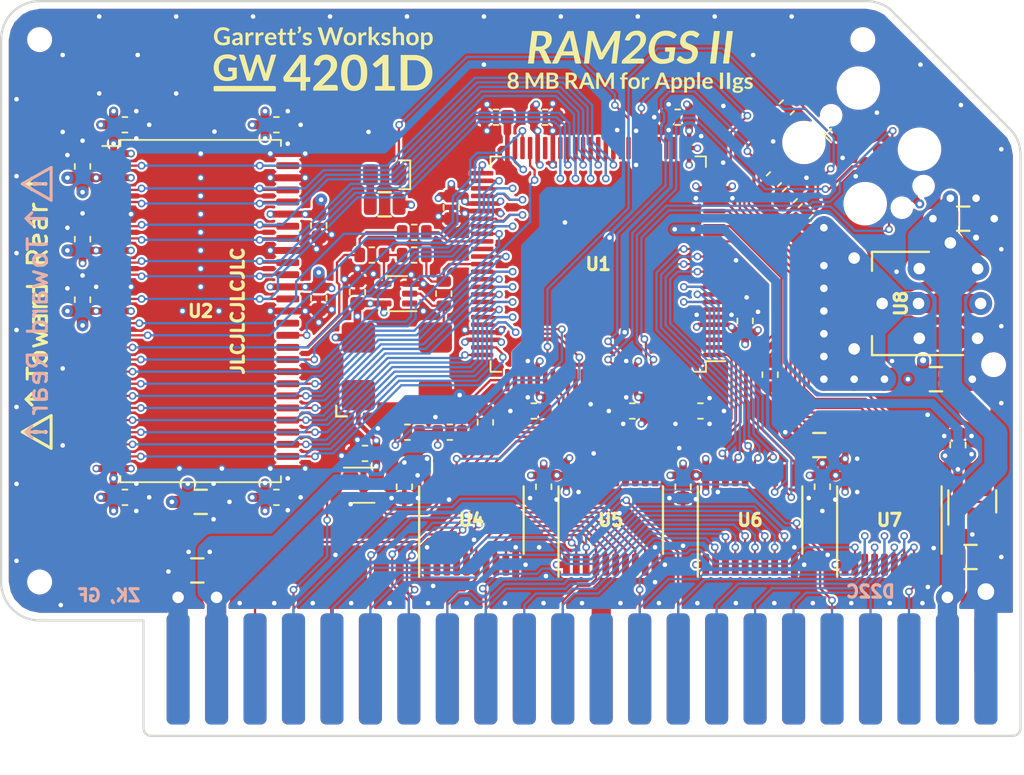
<source format=kicad_pcb>
(kicad_pcb (version 20221018) (generator pcbnew)

  (general
    (thickness 1.6108)
  )

  (paper "A4")
  (title_block
    (title "GW4201D (RAM2GS II) - LCMXO2-640 / LCMXO2-1200")
    (date "2024-04-24")
    (rev "2.2")
    (company "Garrett's Workshop")
  )

  (layers
    (0 "F.Cu" signal)
    (1 "In1.Cu" power)
    (2 "In2.Cu" power)
    (31 "B.Cu" signal)
    (32 "B.Adhes" user "B.Adhesive")
    (33 "F.Adhes" user "F.Adhesive")
    (34 "B.Paste" user)
    (35 "F.Paste" user)
    (36 "B.SilkS" user "B.Silkscreen")
    (37 "F.SilkS" user "F.Silkscreen")
    (38 "B.Mask" user)
    (39 "F.Mask" user)
    (40 "Dwgs.User" user "User.Drawings")
    (41 "Cmts.User" user "User.Comments")
    (42 "Eco1.User" user "User.Eco1")
    (43 "Eco2.User" user "User.Eco2")
    (44 "Edge.Cuts" user)
    (45 "Margin" user)
    (46 "B.CrtYd" user "B.Courtyard")
    (47 "F.CrtYd" user "F.Courtyard")
    (48 "B.Fab" user)
    (49 "F.Fab" user)
  )

  (setup
    (stackup
      (layer "F.SilkS" (type "Top Silk Screen"))
      (layer "F.Paste" (type "Top Solder Paste"))
      (layer "F.Mask" (type "Top Solder Mask") (thickness 0.01))
      (layer "F.Cu" (type "copper") (thickness 0.035))
      (layer "dielectric 1" (type "core") (thickness 0.2104) (material "FR4") (epsilon_r 4.6) (loss_tangent 0.02))
      (layer "In1.Cu" (type "copper") (thickness 0.0175))
      (layer "dielectric 2" (type "prepreg") (thickness 1.065) (material "FR4") (epsilon_r 4.5) (loss_tangent 0.02))
      (layer "In2.Cu" (type "copper") (thickness 0.0175))
      (layer "dielectric 3" (type "core") (thickness 0.2104) (material "FR4") (epsilon_r 4.6) (loss_tangent 0.02))
      (layer "B.Cu" (type "copper") (thickness 0.035))
      (layer "B.Mask" (type "Bottom Solder Mask") (thickness 0.01))
      (layer "B.Paste" (type "Bottom Solder Paste"))
      (layer "B.SilkS" (type "Bottom Silk Screen"))
      (copper_finish "None")
      (dielectric_constraints no)
    )
    (pad_to_mask_clearance 0.0762)
    (solder_mask_min_width 0.127)
    (pad_to_paste_clearance -0.0381)
    (pcbplotparams
      (layerselection 0x00210f8_ffffffff)
      (plot_on_all_layers_selection 0x0000000_00000000)
      (disableapertmacros false)
      (usegerberextensions true)
      (usegerberattributes false)
      (usegerberadvancedattributes false)
      (creategerberjobfile false)
      (dashed_line_dash_ratio 12.000000)
      (dashed_line_gap_ratio 3.000000)
      (svgprecision 4)
      (plotframeref false)
      (viasonmask false)
      (mode 1)
      (useauxorigin false)
      (hpglpennumber 1)
      (hpglpenspeed 20)
      (hpglpendiameter 15.000000)
      (dxfpolygonmode true)
      (dxfimperialunits true)
      (dxfusepcbnewfont true)
      (psnegative false)
      (psa4output false)
      (plotreference true)
      (plotvalue true)
      (plotinvisibletext false)
      (sketchpadsonfab false)
      (subtractmaskfromsilk true)
      (outputformat 1)
      (mirror false)
      (drillshape 0)
      (scaleselection 1)
      (outputdirectory "gerber/")
    )
  )

  (net 0 "")
  (net 1 "GND")
  (net 2 "/FA15")
  (net 3 "/FA14")
  (net 4 "/FA13")
  (net 5 "/FA12")
  (net 6 "/FA11")
  (net 7 "/FA10")
  (net 8 "/~{CRAS}")
  (net 9 "/ABORT")
  (net 10 "/PH2")
  (net 11 "/~{CSEL}")
  (net 12 "/~{CROMSEL}")
  (net 13 "/CROW1")
  (net 14 "/CROW0")
  (net 15 "/~{CCAS}")
  (net 16 "/~{FWE}")
  (net 17 "/FRA1")
  (net 18 "/FRA2")
  (net 19 "/FRA0")
  (net 20 "/FRA7")
  (net 21 "/FRA5")
  (net 22 "/FRA4")
  (net 23 "/FRA3")
  (net 24 "/FRA6")
  (net 25 "/FRA8")
  (net 26 "/FRA9")
  (net 27 "/FD2")
  (net 28 "/FD7")
  (net 29 "/FD0")
  (net 30 "/FD6")
  (net 31 "/FD4")
  (net 32 "/FD5")
  (net 33 "/FD3")
  (net 34 "/FD1")
  (net 35 "+3V3")
  (net 36 "/Dout5")
  (net 37 "/Dout6")
  (net 38 "/Dout4")
  (net 39 "/Dout7")
  (net 40 "/Dout2")
  (net 41 "/Dout1")
  (net 42 "/Dout3")
  (net 43 "/Din3")
  (net 44 "/Din0")
  (net 45 "/Din1")
  (net 46 "/Din2")
  (net 47 "/Din7")
  (net 48 "/Din4")
  (net 49 "/Din6")
  (net 50 "/Din5")
  (net 51 "/~{WE}in")
  (net 52 "/Ain0")
  (net 53 "/Ain2")
  (net 54 "/Ain1")
  (net 55 "/PH2in")
  (net 56 "/~{CCAS}in")
  (net 57 "/CROWin0")
  (net 58 "/CROWin1")
  (net 59 "/~{CRAS}in")
  (net 60 "/RD0")
  (net 61 "/RD2")
  (net 62 "/RD1")
  (net 63 "/RD3")
  (net 64 "/RD7")
  (net 65 "/RD5")
  (net 66 "/RD6")
  (net 67 "/RD4")
  (net 68 "/Ain7")
  (net 69 "/Ain5")
  (net 70 "/Ain4")
  (net 71 "/Ain3")
  (net 72 "/Ain6")
  (net 73 "/Ain8")
  (net 74 "/Ain9")
  (net 75 "/DQMH")
  (net 76 "/CKE")
  (net 77 "/RA11")
  (net 78 "/RA9")
  (net 79 "/RA8")
  (net 80 "/RA7")
  (net 81 "/RA6")
  (net 82 "/RA5")
  (net 83 "/RA4")
  (net 84 "/RA3")
  (net 85 "/RA2")
  (net 86 "/RA1")
  (net 87 "/RA0")
  (net 88 "/RA10")
  (net 89 "/BA1")
  (net 90 "/BA0")
  (net 91 "/R~{CS}")
  (net 92 "/R~{RAS}")
  (net 93 "/R~{CAS}")
  (net 94 "/R~{WE}")
  (net 95 "/DQML")
  (net 96 "Net-(D1-A)")
  (net 97 "/TDI")
  (net 98 "unconnected-(J2-Pin_8-Pad8)")
  (net 99 "/TMS")
  (net 100 "/TDO")
  (net 101 "/TCK")
  (net 102 "+5V")
  (net 103 "unconnected-(J2-Pin_9-Pad9)")
  (net 104 "unconnected-(J2-Pin_10-Pad10)")
  (net 105 "+1V2")
  (net 106 "Net-(U7-B0)")
  (net 107 "unconnected-(U1-PB14A-Pad45)")
  (net 108 "unconnected-(U1-PB6D{slash}PCLKC_0-Pad35)")
  (net 109 "unconnected-(U1-PB6A{slash}MCLK{slash}CCLK-Pad31)")
  (net 110 "/~{PROG}")
  (net 111 "unconnected-(U1-PB4D-Pad30)")
  (net 112 "unconnected-(U1-PB4C-Pad29)")
  (net 113 "unconnected-(U1-PB4B-Pad28)")
  (net 114 "unconnected-(U1-PB4A{slash}CSSPIN-Pad27)")
  (net 115 "unconnected-(U1-PL3A-Pad7)")
  (net 116 "unconnected-(U1-PL2D{slash}PCLKC3_2-Pad4)")
  (net 117 "/DONE")
  (net 118 "/~{INIT}")
  (net 119 "Net-(U4-~{OE})")
  (net 120 "unconnected-(U9-NC-Pad1)")
  (net 121 "unconnected-(U10-NC-Pad1)")
  (net 122 "/LED")
  (net 123 "unconnected-(U11-NC-Pad4)")
  (net 124 "/TCKr")
  (net 125 "/RCLK")
  (net 126 "/RCLKout")
  (net 127 "/FCLK")
  (net 128 "/C60M")
  (net 129 "/~{C60M}")
  (net 130 "5VC")

  (footprint "stdpads:AppleIIgsMemoryExpansion_Edge" (layer "F.Cu") (at 84.328 135.382))

  (footprint "stdpads:C_0603" (layer "F.Cu") (at 51.35 106.9 90))

  (footprint "stdpads:C_0603" (layer "F.Cu") (at 51.35 102.1 90))

  (footprint "stdpads:C_0603" (layer "F.Cu") (at 54.15 99.35))

  (footprint "stdpads:C_0603" (layer "F.Cu") (at 64.15 123.95))

  (footprint "stdpads:C_0603" (layer "F.Cu") (at 64.15 99.35))

  (footprint "stdpads:C_0603" (layer "F.Cu") (at 66.95 110.8 -90))

  (footprint "stdpads:C_0603" (layer "F.Cu") (at 66.95 106 -90))

  (footprint "stdpads:C_0603" (layer "F.Cu") (at 51.35 110.9 90))

  (footprint "stdpads:C_0603" (layer "F.Cu") (at 54.15 123.95))

  (footprint "stdpads:PasteHole_1.1mm_PTH" (layer "F.Cu") (at 110.998 130.175))

  (footprint "stdpads:C_0603" (layer "F.Cu") (at 100.2 123.25 -90))

  (footprint "stdpads:TSSOP-20_4.4x6.5mm_P0.65mm" (layer "F.Cu") (at 95.425 125.45))

  (footprint "stdpads:C_0603" (layer "F.Cu") (at 91 123.25 -90))

  (footprint "stdpads:C_0603" (layer "F.Cu") (at 81.8 123.25 -90))

  (footprint "stdpads:TSSOP-20_4.4x6.5mm_P0.65mm" (layer "F.Cu") (at 104.625 125.45))

  (footprint "stdpads:C_0603" (layer "F.Cu") (at 72.6 123.25 -90))

  (footprint "stdpads:TSSOP-20_4.4x6.5mm_P0.65mm" (layer "F.Cu") (at 86.225 125.45))

  (footprint "stdpads:C_0805" (layer "F.Cu") (at 58.928 128.778 180))

  (footprint "stdpads:C_0805" (layer "F.Cu") (at 109.982 127.889))

  (footprint "stdpads:Fiducial" (layer "F.Cu") (at 100.33 93.726))

  (footprint "stdpads:SOT-223" (layer "F.Cu") (at 105.387 111.15))

  (footprint "stdpads:C_0805" (layer "F.Cu") (at 109.5 105.55))

  (footprint "stdpads:C_0805" (layer "F.Cu") (at 107.7 116.15))

  (footprint "stdpads:Fiducial" (layer "F.Cu") (at 51.054 93.726))

  (footprint "stdpads:SOT-353" (layer "F.Cu") (at 69.9 123.15 -90))

  (footprint "stdpads:Tag-Connect_TC2050-IDC-FP_2x05_P1.27mm_Vertical" (layer "F.Cu") (at 103.474 101.415 -45))

  (footprint "stdpads:TSSOP-20_4.4x6.5mm_P0.65mm" (layer "F.Cu") (at 77.025 125.45))

  (footprint "stdpads:TSOP-II-54_22.2x10.16mm_P0.8mm" (layer "F.Cu") (at 59.15 111.65 -90))

  (footprint "stdpads:Crystal_SMD_7050-4Pin_7.0x5.0mm_SiTime" (layer "F.Cu") (at 72.1 115.3))

  (footprint "stdpads:SOT-353" (layer "F.Cu") (at 72.1 110.5 90))

  (footprint "stdpads:C_0603" (layer "F.Cu") (at 69.5 110.4 90))

  (footprint "stdpads:PasteHole_1.152mm_NPTH" (layer "F.Cu") (at 48.514 93.726))

  (footprint "stdpads:PasteHole_1.152mm_NPTH" (layer "F.Cu") (at 102.87 93.726))

  (footprint "stdpads:C_0805" (layer "F.Cu") (at 59.15 124.25))

  (footprint "stdpads:C_0603" (layer "F.Cu") (at 70 121.05 180))

  (footprint "stdpads:TQFP-100_14x14mm_P0.5mm" (layer "F.Cu") (at 85.4 108.55 90))

  (footprint "stdpads:Fiducial" (layer "F.Cu") (at 48.514 123.952))

  (footprint "stdpads:PasteHole_1.152mm_NPTH" (layer "F.Cu") (at 48.514 129.54))

  (footprint "stdpads:C_0603" (layer "F.Cu") (at 81.15 118.25 180))

  (footprint "stdpads:C_0603" (layer "F.Cu") (at 90.65 98.85 180))

  (footprint "stdpads:C_0603" (layer "F.Cu") (at 87.65 118.25 180))

  (footprint "stdpads:C_0603" (layer "F.Cu")
    (tstamp 00000000-0000-0000-0000-0000608e0868)
    (at 81.9 98.85)
    (tags "capacitor")
    (property "LCSC Part" "C23630")
    (property "Sheetfile" "RAM2GS.kicad_sch")
    (property "Sheetname" "")
    (property "ki_description" "Unpolarized capacitor, small symbol")
    (property "ki_keywords" "capacitor cap")
    (path "/00000000-0000-0000-0000-00005f25e4ff")
    (solder_mask_margin 0.05)
    (solder_paste_margin -0.04)
    (attr smd)
    (fp_text reference "C13" (at 0 0) (layer "F.Fab")
        (effects (font (size 0.254 0.254) (thickness 0.0635)))
      (tstamp deead9e1-4962-409a-8bf0-9fd892de947f)
    )
    (fp_text value "2u2" (at 0 0.25) (layer "F.Fab")
        (effects (font (size 0.127 0.127) (thickness 0.03175)))
      (tstamp 9ee06207-122d-455b-9ef7-d6ed1105b993)
    )
    (fp_text user "${REFERENCE}" (at 0 0) (layer "F.SilkS") hide
        (effects (font (size 0.254 0.
... [2449508 chars truncated]
</source>
